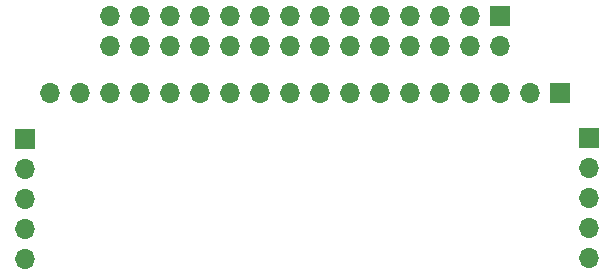
<source format=gbr>
%TF.GenerationSoftware,KiCad,Pcbnew,7.0.1*%
%TF.CreationDate,2023-05-21T17:22:54+09:00*%
%TF.ProjectId,joystick_74hc165_input_smd,6a6f7973-7469-4636-9b5f-373468633136,2*%
%TF.SameCoordinates,PX7e249a4PY6c1eee4*%
%TF.FileFunction,Soldermask,Bot*%
%TF.FilePolarity,Negative*%
%FSLAX46Y46*%
G04 Gerber Fmt 4.6, Leading zero omitted, Abs format (unit mm)*
G04 Created by KiCad (PCBNEW 7.0.1) date 2023-05-21 17:22:54*
%MOMM*%
%LPD*%
G01*
G04 APERTURE LIST*
%ADD10R,1.700000X1.700000*%
%ADD11O,1.700000X1.700000*%
G04 APERTURE END LIST*
D10*
%TO.C,OUT1*%
X50482500Y15430500D03*
D11*
X50482500Y12890500D03*
X50482500Y10350500D03*
X50482500Y7810500D03*
X50482500Y5270500D03*
%TD*%
D10*
%TO.C,J2*%
X42989500Y25717500D03*
D11*
X42989500Y23177500D03*
X40449500Y25717500D03*
X40449500Y23177500D03*
X37909500Y25717500D03*
X37909500Y23177500D03*
X35369500Y25717500D03*
X35369500Y23177500D03*
X32829500Y25717500D03*
X32829500Y23177500D03*
X30289500Y25717500D03*
X30289500Y23177500D03*
X27749500Y25717500D03*
X27749500Y23177500D03*
X25209500Y25717500D03*
X25209500Y23177500D03*
X22669500Y25717500D03*
X22669500Y23177500D03*
X20129500Y25717500D03*
X20129500Y23177500D03*
X17589500Y25717500D03*
X17589500Y23177500D03*
X15049500Y25717500D03*
X15049500Y23177500D03*
X12509500Y25717500D03*
X12509500Y23177500D03*
X9969500Y25717500D03*
X9969500Y23177500D03*
%TD*%
D10*
%TO.C,IN1*%
X2730500Y15303500D03*
D11*
X2730500Y12763500D03*
X2730500Y10223500D03*
X2730500Y7683500D03*
X2730500Y5143500D03*
%TD*%
D10*
%TO.C,J1*%
X48069500Y19240500D03*
D11*
X45529500Y19240500D03*
X42989500Y19240500D03*
X40449500Y19240500D03*
X37909500Y19240500D03*
X35369500Y19240500D03*
X32829500Y19240500D03*
X30289500Y19240500D03*
X27749500Y19240500D03*
X25209500Y19240500D03*
X22669500Y19240500D03*
X20129500Y19240500D03*
X17589500Y19240500D03*
X15049500Y19240500D03*
X12509500Y19240500D03*
X9969500Y19240500D03*
X7429500Y19240500D03*
X4889500Y19240500D03*
%TD*%
M02*

</source>
